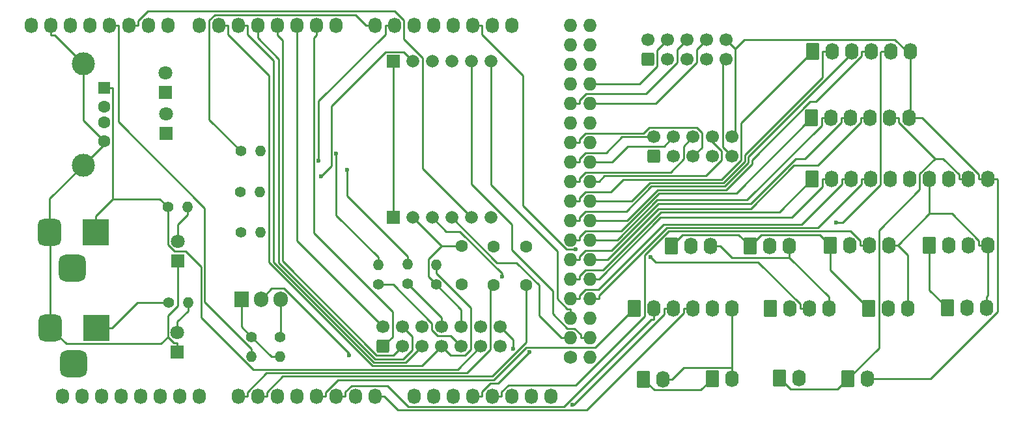
<source format=gbr>
G04 #@! TF.GenerationSoftware,KiCad,Pcbnew,7.0.9*
G04 #@! TF.CreationDate,2024-01-20T08:56:29+10:00*
G04 #@! TF.ProjectId,INSTRUMENTS_CONTROLLER,494e5354-5255-44d4-954e-54535f434f4e,rev?*
G04 #@! TF.SameCoordinates,Original*
G04 #@! TF.FileFunction,Copper,L2,Bot*
G04 #@! TF.FilePolarity,Positive*
%FSLAX46Y46*%
G04 Gerber Fmt 4.6, Leading zero omitted, Abs format (unit mm)*
G04 Created by KiCad (PCBNEW 7.0.9) date 2024-01-20 08:56:29*
%MOMM*%
%LPD*%
G01*
G04 APERTURE LIST*
G04 Aperture macros list*
%AMRoundRect*
0 Rectangle with rounded corners*
0 $1 Rounding radius*
0 $2 $3 $4 $5 $6 $7 $8 $9 X,Y pos of 4 corners*
0 Add a 4 corners polygon primitive as box body*
4,1,4,$2,$3,$4,$5,$6,$7,$8,$9,$2,$3,0*
0 Add four circle primitives for the rounded corners*
1,1,$1+$1,$2,$3*
1,1,$1+$1,$4,$5*
1,1,$1+$1,$6,$7*
1,1,$1+$1,$8,$9*
0 Add four rect primitives between the rounded corners*
20,1,$1+$1,$2,$3,$4,$5,0*
20,1,$1+$1,$4,$5,$6,$7,0*
20,1,$1+$1,$6,$7,$8,$9,0*
20,1,$1+$1,$8,$9,$2,$3,0*%
G04 Aperture macros list end*
G04 #@! TA.AperFunction,ComponentPad*
%ADD10C,1.727200*%
G04 #@! TD*
G04 #@! TA.AperFunction,ComponentPad*
%ADD11O,1.727200X1.727200*%
G04 #@! TD*
G04 #@! TA.AperFunction,ComponentPad*
%ADD12O,1.727200X2.032000*%
G04 #@! TD*
G04 #@! TA.AperFunction,ComponentPad*
%ADD13R,1.800000X1.800000*%
G04 #@! TD*
G04 #@! TA.AperFunction,ComponentPad*
%ADD14C,1.800000*%
G04 #@! TD*
G04 #@! TA.AperFunction,ComponentPad*
%ADD15C,1.400000*%
G04 #@! TD*
G04 #@! TA.AperFunction,ComponentPad*
%ADD16O,1.400000X1.400000*%
G04 #@! TD*
G04 #@! TA.AperFunction,ComponentPad*
%ADD17R,1.905000X2.000000*%
G04 #@! TD*
G04 #@! TA.AperFunction,ComponentPad*
%ADD18O,1.905000X2.000000*%
G04 #@! TD*
G04 #@! TA.AperFunction,ComponentPad*
%ADD19RoundRect,0.250000X0.600000X-0.600000X0.600000X0.600000X-0.600000X0.600000X-0.600000X-0.600000X0*%
G04 #@! TD*
G04 #@! TA.AperFunction,ComponentPad*
%ADD20C,1.700000*%
G04 #@! TD*
G04 #@! TA.AperFunction,ComponentPad*
%ADD21RoundRect,0.250000X-0.620000X-0.845000X0.620000X-0.845000X0.620000X0.845000X-0.620000X0.845000X0*%
G04 #@! TD*
G04 #@! TA.AperFunction,ComponentPad*
%ADD22O,1.740000X2.190000*%
G04 #@! TD*
G04 #@! TA.AperFunction,ComponentPad*
%ADD23C,1.600000*%
G04 #@! TD*
G04 #@! TA.AperFunction,ComponentPad*
%ADD24R,3.500000X3.500000*%
G04 #@! TD*
G04 #@! TA.AperFunction,ComponentPad*
%ADD25RoundRect,0.750000X-0.750000X-1.000000X0.750000X-1.000000X0.750000X1.000000X-0.750000X1.000000X0*%
G04 #@! TD*
G04 #@! TA.AperFunction,ComponentPad*
%ADD26RoundRect,0.875000X-0.875000X-0.875000X0.875000X-0.875000X0.875000X0.875000X-0.875000X0.875000X0*%
G04 #@! TD*
G04 #@! TA.AperFunction,ComponentPad*
%ADD27R,1.500000X1.600000*%
G04 #@! TD*
G04 #@! TA.AperFunction,ComponentPad*
%ADD28C,3.000000*%
G04 #@! TD*
G04 #@! TA.AperFunction,ComponentPad*
%ADD29R,1.665000X1.665000*%
G04 #@! TD*
G04 #@! TA.AperFunction,ComponentPad*
%ADD30C,1.665000*%
G04 #@! TD*
G04 #@! TA.AperFunction,ViaPad*
%ADD31C,0.600000*%
G04 #@! TD*
G04 #@! TA.AperFunction,Conductor*
%ADD32C,0.250000*%
G04 #@! TD*
G04 APERTURE END LIST*
D10*
X197358000Y-114046000D03*
D11*
X199898000Y-114046000D03*
X197358000Y-111506000D03*
X199898000Y-111506000D03*
X197358000Y-108966000D03*
X199898000Y-108966000D03*
X197358000Y-106426000D03*
X199898000Y-106426000D03*
X197358000Y-103886000D03*
X199898000Y-103886000D03*
X197358000Y-101346000D03*
X199898000Y-101346000D03*
X197358000Y-98806000D03*
X199898000Y-98806000D03*
X197358000Y-96266000D03*
X199898000Y-96266000D03*
X197358000Y-93726000D03*
X199898000Y-93726000D03*
X197358000Y-91186000D03*
X199898000Y-91186000D03*
X197358000Y-88646000D03*
X199898000Y-88646000D03*
X197358000Y-86106000D03*
X199898000Y-86106000D03*
X197358000Y-83566000D03*
X199898000Y-83566000D03*
X197358000Y-81026000D03*
X199898000Y-81026000D03*
X197358000Y-78486000D03*
X199898000Y-78486000D03*
X197358000Y-75946000D03*
X199898000Y-75946000D03*
X197358000Y-73406000D03*
X199898000Y-73406000D03*
X197358000Y-70866000D03*
X199898000Y-70866000D03*
D12*
X131318000Y-119126000D03*
X133858000Y-119126000D03*
X136398000Y-119126000D03*
X138938000Y-119126000D03*
X141478000Y-119126000D03*
X144018000Y-119126000D03*
X146558000Y-119126000D03*
X149098000Y-119126000D03*
X177038000Y-119126000D03*
X179578000Y-119126000D03*
X182118000Y-119126000D03*
X184658000Y-119126000D03*
X187198000Y-119126000D03*
X189738000Y-119126000D03*
X192278000Y-119126000D03*
X194818000Y-119126000D03*
X127254000Y-70866000D03*
X129794000Y-70866000D03*
X132334000Y-70866000D03*
X134874000Y-70866000D03*
X137414000Y-70866000D03*
X139954000Y-70866000D03*
X142494000Y-70866000D03*
X145034000Y-70866000D03*
X149098000Y-70866000D03*
X151638000Y-70866000D03*
X154178000Y-70866000D03*
X156718000Y-70866000D03*
X159258000Y-70866000D03*
X161798000Y-70866000D03*
X164338000Y-70866000D03*
X166878000Y-70866000D03*
X171958000Y-70866000D03*
X174498000Y-70866000D03*
X177038000Y-70866000D03*
X179578000Y-70866000D03*
X182118000Y-70866000D03*
X184658000Y-70866000D03*
X187198000Y-70866000D03*
X189738000Y-70866000D03*
D13*
X146330000Y-101525000D03*
D14*
X146330000Y-98985000D03*
D13*
X146280000Y-113425000D03*
D14*
X146280000Y-110885000D03*
D15*
X145060000Y-94550000D03*
D16*
X147600000Y-94550000D03*
D13*
X144850000Y-84975000D03*
D14*
X144850000Y-82435000D03*
D17*
X154600000Y-106500000D03*
D18*
X157140000Y-106500000D03*
X159680000Y-106500000D03*
D19*
X208230000Y-87950000D03*
D20*
X208230000Y-85410000D03*
X210770000Y-87950000D03*
X210770000Y-85410000D03*
X213310000Y-87950000D03*
X213310000Y-85410000D03*
X215850000Y-87950000D03*
X215850000Y-85410000D03*
X218390000Y-87950000D03*
X218390000Y-85410000D03*
D15*
X179950000Y-104620000D03*
D16*
X179950000Y-102080000D03*
D15*
X154530000Y-97850000D03*
D16*
X157070000Y-97850000D03*
D21*
X223360000Y-107750000D03*
D22*
X225900000Y-107750000D03*
X228440000Y-107750000D03*
X230980000Y-107750000D03*
D23*
X187400000Y-104700000D03*
X187400000Y-99700000D03*
D15*
X145160000Y-107000000D03*
D16*
X147700000Y-107000000D03*
D15*
X159590000Y-111485000D03*
D16*
X159590000Y-114025000D03*
D21*
X228850000Y-74270000D03*
D22*
X231390000Y-74270000D03*
X233930000Y-74270000D03*
X236470000Y-74270000D03*
X239010000Y-74270000D03*
X241550000Y-74270000D03*
D24*
X135650000Y-97800000D03*
D25*
X129650000Y-97800000D03*
D26*
X132650000Y-102500000D03*
D27*
X136750000Y-79000000D03*
D23*
X136750000Y-81500000D03*
X136750000Y-83500000D03*
X136750000Y-86000000D03*
D28*
X134040000Y-75930000D03*
X134040000Y-89070000D03*
D23*
X191650000Y-104700000D03*
X191650000Y-99700000D03*
D21*
X224530000Y-116820000D03*
D22*
X227070000Y-116820000D03*
D12*
X154178000Y-119126000D03*
X156718000Y-119126000D03*
X159258000Y-119126000D03*
X161798000Y-119126000D03*
X164338000Y-119126000D03*
X166878000Y-119126000D03*
X169418000Y-119126000D03*
X171958000Y-119126000D03*
D15*
X154530000Y-87250000D03*
D16*
X157070000Y-87250000D03*
D21*
X244080000Y-99520000D03*
D22*
X246620000Y-99520000D03*
X249160000Y-99520000D03*
X251700000Y-99520000D03*
D21*
X246410000Y-107650000D03*
D22*
X248950000Y-107650000D03*
X251490000Y-107650000D03*
D24*
X135750000Y-110242500D03*
D25*
X129750000Y-110242500D03*
D26*
X132750000Y-114942500D03*
D15*
X154480000Y-92550000D03*
D16*
X157020000Y-92550000D03*
D21*
X233480000Y-116870000D03*
D22*
X236020000Y-116870000D03*
D23*
X183250000Y-104600000D03*
X183250000Y-99600000D03*
D19*
X173030000Y-112652500D03*
D20*
X173030000Y-110112500D03*
X175570000Y-112652500D03*
X175570000Y-110112500D03*
X178110000Y-112652500D03*
X178110000Y-110112500D03*
X180650000Y-112652500D03*
X180650000Y-110112500D03*
X183190000Y-112652500D03*
X183190000Y-110112500D03*
X185730000Y-112652500D03*
X185730000Y-110112500D03*
X188270000Y-112652500D03*
X188270000Y-110112500D03*
D21*
X205680000Y-107750000D03*
D22*
X208220000Y-107750000D03*
X210760000Y-107750000D03*
X213300000Y-107750000D03*
X215840000Y-107750000D03*
X218380000Y-107750000D03*
D21*
X236160000Y-107700000D03*
D22*
X238700000Y-107700000D03*
X241240000Y-107700000D03*
D13*
X144750000Y-79575000D03*
D14*
X144750000Y-77035000D03*
D21*
X220750000Y-99620000D03*
D22*
X223290000Y-99620000D03*
X225830000Y-99620000D03*
D29*
X174340000Y-95885000D03*
D30*
X176880000Y-95885000D03*
X179420000Y-95885000D03*
X181960000Y-95885000D03*
X184500000Y-95885000D03*
X187040000Y-95885000D03*
D29*
X174340000Y-75565000D03*
D30*
X176880000Y-75565000D03*
X179420000Y-75565000D03*
X181960000Y-75565000D03*
X184500000Y-75565000D03*
X187040000Y-75565000D03*
D21*
X231150000Y-99500000D03*
D22*
X233690000Y-99500000D03*
X236230000Y-99500000D03*
X238770000Y-99500000D03*
D15*
X155940000Y-111435000D03*
D16*
X155940000Y-113975000D03*
D21*
X228730000Y-82950000D03*
D22*
X231270000Y-82950000D03*
X233810000Y-82950000D03*
X236350000Y-82950000D03*
X238890000Y-82950000D03*
X241430000Y-82950000D03*
D21*
X210550000Y-99570000D03*
D22*
X213090000Y-99570000D03*
X215630000Y-99570000D03*
D21*
X228820000Y-90920000D03*
D22*
X231360000Y-90920000D03*
X233900000Y-90920000D03*
X236440000Y-90920000D03*
X238980000Y-90920000D03*
X241520000Y-90920000D03*
X244060000Y-90920000D03*
X246600000Y-90920000D03*
X249140000Y-90920000D03*
X251680000Y-90920000D03*
D15*
X172400000Y-104620000D03*
D16*
X172400000Y-102080000D03*
D21*
X206880000Y-116920000D03*
D22*
X209420000Y-116920000D03*
D19*
X207470000Y-75302500D03*
D20*
X207470000Y-72762500D03*
X210010000Y-75302500D03*
X210010000Y-72762500D03*
X212550000Y-75302500D03*
X212550000Y-72762500D03*
X215090000Y-75302500D03*
X215090000Y-72762500D03*
X217630000Y-75302500D03*
X217630000Y-72762500D03*
D21*
X215860000Y-116850000D03*
D22*
X218400000Y-116850000D03*
D15*
X176250000Y-104520000D03*
D16*
X176250000Y-101980000D03*
D31*
X197679100Y-120252300D03*
X207771800Y-101006000D03*
X198086300Y-100007200D03*
X192041300Y-113413900D03*
X166938400Y-87595600D03*
X168337600Y-89650300D03*
X164640800Y-88525200D03*
X188459100Y-103551000D03*
X231952900Y-96528700D03*
X168636300Y-113828800D03*
X189917300Y-112977200D03*
X164965500Y-90527200D03*
D32*
X155940000Y-113975000D02*
X155940000Y-112949700D01*
X137414000Y-70866000D02*
X138602900Y-70866000D01*
X138602900Y-83465800D02*
X138602900Y-70866000D01*
X149830900Y-94693800D02*
X138602900Y-83465800D01*
X149830900Y-106840600D02*
X149830900Y-94693800D01*
X155940000Y-112949700D02*
X149830900Y-106840600D01*
X164338000Y-119126000D02*
X165526900Y-119126000D01*
X165526900Y-118628800D02*
X165526900Y-119126000D01*
X167148600Y-117007100D02*
X165526900Y-118628800D01*
X187408900Y-117007100D02*
X167148600Y-117007100D01*
X191627500Y-112788500D02*
X187408900Y-117007100D01*
X200641500Y-112788500D02*
X191627500Y-112788500D01*
X205680000Y-107750000D02*
X200641500Y-112788500D01*
X166878000Y-119126000D02*
X168066900Y-119126000D01*
X208220000Y-107750000D02*
X208220000Y-109170300D01*
X208220000Y-109170400D02*
X208220000Y-109170300D01*
X207876700Y-109170400D02*
X208220000Y-109170400D01*
X196555400Y-120491700D02*
X207876700Y-109170400D01*
X176301700Y-120491700D02*
X196555400Y-120491700D01*
X173577000Y-117767000D02*
X176301700Y-120491700D01*
X168905800Y-117767000D02*
X173577000Y-117767000D01*
X168066900Y-118605900D02*
X168905800Y-117767000D01*
X168066900Y-119126000D02*
X168066900Y-118605900D01*
X210760000Y-107750000D02*
X209564700Y-107750000D01*
X209564700Y-108464100D02*
X209564700Y-107750000D01*
X197776500Y-120252300D02*
X209564700Y-108464100D01*
X197679100Y-120252300D02*
X197776500Y-120252300D01*
X174964800Y-120943900D02*
X173146900Y-119126000D01*
X199508400Y-120943900D02*
X174964800Y-120943900D01*
X212104700Y-108347600D02*
X199508400Y-120943900D01*
X212104700Y-107750000D02*
X212104700Y-108347600D01*
X213300000Y-107750000D02*
X212104700Y-107750000D01*
X171958000Y-119126000D02*
X173146900Y-119126000D01*
X184658000Y-70866000D02*
X185846900Y-70866000D01*
X228440000Y-107750000D02*
X227244700Y-107750000D01*
X208452600Y-101686800D02*
X207771800Y-101006000D01*
X221779100Y-101686800D02*
X208452600Y-101686800D01*
X227244700Y-107152400D02*
X221779100Y-101686800D01*
X227244700Y-107750000D02*
X227244700Y-107152400D01*
X185846900Y-72054900D02*
X185846900Y-70866000D01*
X191195200Y-77403200D02*
X185846900Y-72054900D01*
X191195200Y-94330700D02*
X191195200Y-77403200D01*
X196871700Y-100007200D02*
X191195200Y-94330700D01*
X198086300Y-100007200D02*
X196871700Y-100007200D01*
X156718000Y-119126000D02*
X157906900Y-119126000D01*
X157906900Y-118620900D02*
X157906900Y-119126000D01*
X159971000Y-116556800D02*
X157906900Y-118620900D01*
X187222200Y-116556800D02*
X159971000Y-116556800D01*
X191650000Y-112129000D02*
X187222200Y-116556800D01*
X191650000Y-104700000D02*
X191650000Y-112129000D01*
X154178000Y-119126000D02*
X155366900Y-119126000D01*
X187000000Y-105100000D02*
X187400000Y-104700000D01*
X187000000Y-113071800D02*
X187000000Y-105100000D01*
X183965300Y-116106500D02*
X187000000Y-113071800D01*
X157881300Y-116106500D02*
X183965300Y-116106500D01*
X155366900Y-118620900D02*
X157881300Y-116106500D01*
X155366900Y-119126000D02*
X155366900Y-118620900D01*
X236230000Y-99500000D02*
X235034700Y-99500000D01*
X187198000Y-119126000D02*
X188386900Y-119126000D01*
X235034700Y-98902400D02*
X235034700Y-99500000D01*
X233813400Y-97681100D02*
X235034700Y-98902400D01*
X210150100Y-97681100D02*
X233813400Y-97681100D01*
X207008200Y-100823000D02*
X210150100Y-97681100D01*
X207008200Y-108761300D02*
X207008200Y-100823000D01*
X198082700Y-117686800D02*
X207008200Y-108761300D01*
X189306000Y-117686800D02*
X198082700Y-117686800D01*
X188386900Y-118605900D02*
X189306000Y-117686800D01*
X188386900Y-119126000D02*
X188386900Y-118605900D01*
X184658000Y-119126000D02*
X185846900Y-119126000D01*
X185846900Y-118605900D02*
X185846900Y-119126000D01*
X186991100Y-117461700D02*
X185846900Y-118605900D01*
X187993500Y-117461700D02*
X186991100Y-117461700D01*
X192041300Y-113413900D02*
X187993500Y-117461700D01*
X236440000Y-90920000D02*
X235244700Y-90920000D01*
X199898000Y-106426000D02*
X201086900Y-106426000D01*
X235244700Y-91517700D02*
X235244700Y-90920000D01*
X229531600Y-97230800D02*
X235244700Y-91517700D01*
X209884000Y-97230800D02*
X229531600Y-97230800D01*
X201086900Y-106027900D02*
X209884000Y-97230800D01*
X201086900Y-106426000D02*
X201086900Y-106027900D01*
X233900000Y-90920000D02*
X232704700Y-90920000D01*
X197358000Y-106426000D02*
X198546900Y-106426000D01*
X232704700Y-91517600D02*
X232704700Y-90920000D01*
X227441800Y-96780500D02*
X232704700Y-91517600D01*
X209458700Y-96780500D02*
X227441800Y-96780500D01*
X201002100Y-105237100D02*
X209458700Y-96780500D01*
X199364200Y-105237100D02*
X201002100Y-105237100D01*
X198546900Y-106054400D02*
X199364200Y-105237100D01*
X198546900Y-106426000D02*
X198546900Y-106054400D01*
X231360000Y-90920000D02*
X230164700Y-90920000D01*
X199898000Y-103886000D02*
X201086900Y-103886000D01*
X230164700Y-91860800D02*
X230164700Y-90920000D01*
X226145600Y-95879900D02*
X230164700Y-91860800D01*
X209093000Y-95879900D02*
X226145600Y-95879900D01*
X201086900Y-103886000D02*
X209093000Y-95879900D01*
X198546900Y-103514400D02*
X198546900Y-103886000D01*
X199364200Y-102697100D02*
X198546900Y-103514400D01*
X201638900Y-102697100D02*
X199364200Y-102697100D01*
X209131600Y-95204400D02*
X201638900Y-102697100D01*
X224535600Y-95204400D02*
X209131600Y-95204400D01*
X228820000Y-90920000D02*
X224535600Y-95204400D01*
X197358000Y-103886000D02*
X198546900Y-103886000D01*
X172400000Y-102080000D02*
X172400000Y-101054700D01*
X166938400Y-95593100D02*
X166938400Y-87595600D01*
X172400000Y-101054700D02*
X166938400Y-95593100D01*
X176250000Y-101980000D02*
X176250000Y-100954700D01*
X168337600Y-93042300D02*
X168337600Y-89650300D01*
X176250000Y-100954700D02*
X168337600Y-93042300D01*
X154600000Y-110095000D02*
X155940000Y-111435000D01*
X154600000Y-106500000D02*
X154600000Y-110095000D01*
X158530000Y-114025000D02*
X159590000Y-114025000D01*
X155940000Y-111435000D02*
X158530000Y-114025000D01*
X139954000Y-70866000D02*
X141142900Y-70866000D01*
X141142900Y-70345900D02*
X141142900Y-70866000D01*
X142469000Y-69019800D02*
X141142900Y-70345900D01*
X174531600Y-69019800D02*
X142469000Y-69019800D01*
X175710400Y-70198600D02*
X174531600Y-69019800D01*
X175710400Y-72693600D02*
X175710400Y-70198600D01*
X178150000Y-75133200D02*
X175710400Y-72693600D01*
X178150000Y-89535000D02*
X178150000Y-75133200D01*
X184500000Y-95885000D02*
X178150000Y-89535000D01*
X174498000Y-70866000D02*
X173309100Y-70866000D01*
X164640800Y-80723200D02*
X164640800Y-88525200D01*
X173309100Y-72054900D02*
X164640800Y-80723200D01*
X173309100Y-70866000D02*
X173309100Y-72054900D01*
X169424900Y-69521800D02*
X170769100Y-70866000D01*
X151147400Y-69521800D02*
X169424900Y-69521800D01*
X150435200Y-70234000D02*
X151147400Y-69521800D01*
X150435200Y-83155200D02*
X150435200Y-70234000D01*
X154530000Y-87250000D02*
X150435200Y-83155200D01*
X171958000Y-70866000D02*
X170769100Y-70866000D01*
X188459100Y-103157100D02*
X188459100Y-103551000D01*
X183015000Y-97713000D02*
X188459100Y-103157100D01*
X181248000Y-97713000D02*
X183015000Y-97713000D01*
X179420000Y-95885000D02*
X181248000Y-97713000D01*
X174358600Y-104620000D02*
X172400000Y-104620000D01*
X179380000Y-109641400D02*
X174358600Y-104620000D01*
X179380000Y-110543500D02*
X179380000Y-109641400D01*
X180124400Y-111287900D02*
X179380000Y-110543500D01*
X181825400Y-111287900D02*
X180124400Y-111287900D01*
X183190000Y-112652500D02*
X181825400Y-111287900D01*
X180650000Y-108920000D02*
X176250000Y-104520000D01*
X180650000Y-110112500D02*
X180650000Y-108920000D01*
X181834000Y-113836500D02*
X180650000Y-112652500D01*
X183672400Y-113836500D02*
X181834000Y-113836500D01*
X184426100Y-113082800D02*
X183672400Y-113836500D01*
X184426100Y-107645900D02*
X184426100Y-113082800D01*
X179950000Y-103169800D02*
X184426100Y-107645900D01*
X179950000Y-102080000D02*
X179950000Y-103169800D01*
X151638000Y-70866000D02*
X152826900Y-70866000D01*
X178096600Y-115205900D02*
X180650000Y-112652500D01*
X171650100Y-115205900D02*
X178096600Y-115205900D01*
X158160500Y-101716300D02*
X171650100Y-115205900D01*
X158160500Y-77388500D02*
X158160500Y-101716300D01*
X152826900Y-72054900D02*
X158160500Y-77388500D01*
X152826900Y-70866000D02*
X152826900Y-72054900D01*
X155366900Y-72054900D02*
X155366900Y-70866000D01*
X158807600Y-75495600D02*
X155366900Y-72054900D01*
X158807600Y-101726500D02*
X158807600Y-75495600D01*
X171836700Y-114755600D02*
X158807600Y-101726500D01*
X176006900Y-114755600D02*
X171836700Y-114755600D01*
X178110000Y-112652500D02*
X176006900Y-114755600D01*
X154178000Y-70866000D02*
X155366900Y-70866000D01*
X156718000Y-72500600D02*
X156718000Y-70866000D01*
X159483200Y-75265800D02*
X156718000Y-72500600D01*
X159483200Y-101765200D02*
X159483200Y-75265800D01*
X172023200Y-114305200D02*
X159483200Y-101765200D01*
X175600800Y-114305200D02*
X172023200Y-114305200D01*
X176785300Y-113120700D02*
X175600800Y-114305200D01*
X176785300Y-111327800D02*
X176785300Y-113120700D01*
X175570000Y-110112500D02*
X176785300Y-111327800D01*
X159258000Y-70866000D02*
X159258000Y-72207300D01*
X159933500Y-72882800D02*
X159258000Y-72207300D01*
X159933500Y-101578600D02*
X159933500Y-72882800D01*
X172194500Y-113839600D02*
X159933500Y-101578600D01*
X174382900Y-113839600D02*
X172194500Y-113839600D01*
X175570000Y-112652500D02*
X174382900Y-113839600D01*
X197358000Y-108966000D02*
X197358000Y-107777100D01*
X187040000Y-91645300D02*
X187040000Y-75565000D01*
X195657200Y-100262500D02*
X187040000Y-91645300D01*
X195657200Y-106447900D02*
X195657200Y-100262500D01*
X196986400Y-107777100D02*
X195657200Y-106447900D01*
X197358000Y-107777100D02*
X196986400Y-107777100D01*
X161798000Y-98880500D02*
X161798000Y-72207300D01*
X173030000Y-110112500D02*
X161798000Y-98880500D01*
X161798000Y-70866000D02*
X161798000Y-72207300D01*
X164338000Y-70866000D02*
X164338000Y-72207300D01*
X174245300Y-111437200D02*
X173030000Y-112652500D01*
X174245300Y-108150900D02*
X174245300Y-111437200D01*
X164015500Y-97921100D02*
X174245300Y-108150900D01*
X164015500Y-72529800D02*
X164015500Y-97921100D01*
X164338000Y-72207300D02*
X164015500Y-72529800D01*
X236350000Y-82950000D02*
X235154700Y-82950000D01*
X199898000Y-101346000D02*
X201086900Y-101346000D01*
X202205100Y-101346000D02*
X201086900Y-101346000D01*
X208797000Y-94754100D02*
X202205100Y-101346000D01*
X220820400Y-94754100D02*
X208797000Y-94754100D01*
X226449100Y-89125400D02*
X220820400Y-94754100D01*
X229576900Y-89125400D02*
X226449100Y-89125400D01*
X235154700Y-83547600D02*
X229576900Y-89125400D01*
X235154700Y-82950000D02*
X235154700Y-83547600D01*
X233810000Y-82950000D02*
X232614700Y-82950000D01*
X197358000Y-101346000D02*
X198546900Y-101346000D01*
X198546900Y-100974400D02*
X198546900Y-101346000D01*
X199364200Y-100157100D02*
X198546900Y-100974400D01*
X202757100Y-100157100D02*
X199364200Y-100157100D01*
X208835500Y-94078700D02*
X202757100Y-100157100D01*
X220858900Y-94078700D02*
X208835500Y-94078700D01*
X226664100Y-88273500D02*
X220858900Y-94078700D01*
X227888800Y-88273500D02*
X226664100Y-88273500D01*
X232614700Y-83547600D02*
X227888800Y-88273500D01*
X232614700Y-82950000D02*
X232614700Y-83547600D01*
X198709100Y-111134400D02*
X198709100Y-111506000D01*
X197891800Y-110317100D02*
X198709100Y-111134400D01*
X197008200Y-110317100D02*
X197891800Y-110317100D01*
X195075000Y-108383900D02*
X197008200Y-110317100D01*
X195075000Y-105465100D02*
X195075000Y-108383900D01*
X189748600Y-100138700D02*
X195075000Y-105465100D01*
X189748600Y-96844200D02*
X189748600Y-100138700D01*
X184500000Y-91595600D02*
X189748600Y-96844200D01*
X184500000Y-75565000D02*
X184500000Y-91595600D01*
X199898000Y-111506000D02*
X198709100Y-111506000D01*
X231270000Y-82950000D02*
X230074700Y-82950000D01*
X199898000Y-98806000D02*
X201086900Y-98806000D01*
X201086900Y-98805900D02*
X201086900Y-98806000D01*
X203471400Y-98805900D02*
X201086900Y-98805900D01*
X208648900Y-93628400D02*
X203471400Y-98805900D01*
X220353300Y-93628400D02*
X208648900Y-93628400D01*
X230074700Y-83907000D02*
X220353300Y-93628400D01*
X230074700Y-82950000D02*
X230074700Y-83907000D01*
X198546900Y-98434400D02*
X198546900Y-98806000D01*
X199364200Y-97617100D02*
X198546900Y-98434400D01*
X204023300Y-97617100D02*
X199364200Y-97617100D01*
X208912500Y-92727900D02*
X204023300Y-97617100D01*
X218952100Y-92727900D02*
X208912500Y-92727900D01*
X228730000Y-82950000D02*
X218952100Y-92727900D01*
X197358000Y-98806000D02*
X198546900Y-98806000D01*
X237665400Y-74419300D02*
X237814700Y-74270000D01*
X237665400Y-91659200D02*
X237665400Y-74419300D01*
X232795900Y-96528700D02*
X237665400Y-91659200D01*
X231952900Y-96528700D02*
X232795900Y-96528700D01*
X239010000Y-74270000D02*
X237814700Y-74270000D01*
X236470000Y-74270000D02*
X235274700Y-74270000D01*
X204737500Y-96266000D02*
X199898000Y-96266000D01*
X208726000Y-92277500D02*
X204737500Y-96266000D01*
X217635400Y-92277500D02*
X208726000Y-92277500D01*
X220979800Y-88933100D02*
X217635400Y-92277500D01*
X220979800Y-88384600D02*
X220979800Y-88933100D01*
X228525000Y-80839400D02*
X220979800Y-88384600D01*
X229302900Y-80839400D02*
X228525000Y-80839400D01*
X235274700Y-74867600D02*
X229302900Y-80839400D01*
X235274700Y-74270000D02*
X235274700Y-74867600D01*
X197358000Y-96266000D02*
X198546900Y-96266000D01*
X198546900Y-95894400D02*
X198546900Y-96266000D01*
X199364200Y-95077100D02*
X198546900Y-95894400D01*
X204652600Y-95077100D02*
X199364200Y-95077100D01*
X207902500Y-91827200D02*
X204652600Y-95077100D01*
X217448800Y-91827200D02*
X207902500Y-91827200D01*
X220529500Y-88746500D02*
X217448800Y-91827200D01*
X220529500Y-87957200D02*
X220529500Y-88746500D01*
X233930000Y-74556700D02*
X220529500Y-87957200D01*
X233930000Y-74270000D02*
X233930000Y-74556700D01*
X231390000Y-74270000D02*
X230194700Y-74270000D01*
X205366800Y-93726000D02*
X199898000Y-93726000D01*
X207715900Y-91376900D02*
X205366800Y-93726000D01*
X217262200Y-91376900D02*
X207715900Y-91376900D01*
X220079200Y-88559900D02*
X217262200Y-91376900D01*
X220079200Y-87770600D02*
X220079200Y-88559900D01*
X230194700Y-77655100D02*
X220079200Y-87770600D01*
X230194700Y-74270000D02*
X230194700Y-77655100D01*
X197358000Y-93726000D02*
X198546900Y-93726000D01*
X198546900Y-93354400D02*
X198546900Y-93726000D01*
X199364200Y-92537100D02*
X198546900Y-93354400D01*
X202625800Y-92537100D02*
X199364200Y-92537100D01*
X204236300Y-90926600D02*
X202625800Y-92537100D01*
X217075600Y-90926600D02*
X204236300Y-90926600D01*
X219565300Y-88436900D02*
X217075600Y-90926600D01*
X219565300Y-83554700D02*
X219565300Y-88436900D01*
X228850000Y-74270000D02*
X219565300Y-83554700D01*
X199898000Y-91186000D02*
X201086900Y-91186000D01*
X201796600Y-90476300D02*
X201086900Y-91186000D01*
X215009700Y-90476300D02*
X201796600Y-90476300D01*
X217035200Y-88450800D02*
X215009700Y-90476300D01*
X217035200Y-87232100D02*
X217035200Y-88450800D01*
X215850000Y-86046900D02*
X217035200Y-87232100D01*
X215850000Y-85410000D02*
X215850000Y-86046900D01*
X198546900Y-90814400D02*
X198546900Y-91186000D01*
X199364200Y-89997100D02*
X198546900Y-90814400D01*
X210390000Y-89997100D02*
X199364200Y-89997100D01*
X212105500Y-88281600D02*
X210390000Y-89997100D01*
X212105500Y-86614500D02*
X212105500Y-88281600D01*
X213310000Y-85410000D02*
X212105500Y-86614500D01*
X197358000Y-91186000D02*
X198546900Y-91186000D01*
X198546900Y-85734400D02*
X198546900Y-86106000D01*
X199364200Y-84917100D02*
X198546900Y-85734400D01*
X206892500Y-84917100D02*
X199364200Y-84917100D01*
X207618100Y-84191500D02*
X206892500Y-84917100D01*
X213794300Y-84191500D02*
X207618100Y-84191500D01*
X214487200Y-84884400D02*
X213794300Y-84191500D01*
X214487200Y-86772800D02*
X214487200Y-84884400D01*
X213310000Y-87950000D02*
X214487200Y-86772800D01*
X197358000Y-86106000D02*
X198546900Y-86106000D01*
X202838800Y-88646000D02*
X199898000Y-88646000D01*
X204858200Y-86626600D02*
X202838800Y-88646000D01*
X209553400Y-86626600D02*
X204858200Y-86626600D01*
X210770000Y-85410000D02*
X209553400Y-86626600D01*
X193288500Y-108625400D02*
X196169100Y-111506000D01*
X193288500Y-104705000D02*
X193288500Y-108625400D01*
X190361600Y-101778100D02*
X193288500Y-104705000D01*
X187853100Y-101778100D02*
X190361600Y-101778100D01*
X181960000Y-95885000D02*
X187853100Y-101778100D01*
X197358000Y-111506000D02*
X196169100Y-111506000D01*
X198546900Y-88274400D02*
X198546900Y-88646000D01*
X199364200Y-87457100D02*
X198546900Y-88274400D01*
X202034900Y-87457100D02*
X199364200Y-87457100D01*
X204082000Y-85410000D02*
X202034900Y-87457100D01*
X208230000Y-85410000D02*
X204082000Y-85410000D01*
X197358000Y-88646000D02*
X198546900Y-88646000D01*
X218400000Y-116850000D02*
X218400000Y-115429700D01*
X209420000Y-116920000D02*
X210615300Y-116920000D01*
X212125600Y-115409700D02*
X218380000Y-115409700D01*
X210615300Y-116920000D02*
X212125600Y-115409700D01*
X218380000Y-107750000D02*
X218380000Y-115409700D01*
X218380000Y-115409700D02*
X218400000Y-115429700D01*
X241550000Y-82950000D02*
X241550000Y-75690300D01*
X243112300Y-82950000D02*
X241550000Y-82950000D01*
X250484700Y-90322400D02*
X243112300Y-82950000D01*
X250484700Y-90920000D02*
X250484700Y-90322400D01*
X241550000Y-82950000D02*
X241430000Y-82950000D01*
X251590100Y-90920000D02*
X250484700Y-90920000D01*
X241550000Y-74270000D02*
X241550000Y-74741500D01*
X241550000Y-74741500D02*
X241550000Y-75690300D01*
X220020500Y-72779400D02*
X218833700Y-73966200D01*
X239587900Y-72779400D02*
X220020500Y-72779400D01*
X241550000Y-74741500D02*
X239587900Y-72779400D01*
X217630000Y-72762500D02*
X218833700Y-73966200D01*
X218833700Y-84966300D02*
X218390000Y-85410000D01*
X218833700Y-73966200D02*
X218833700Y-84966300D01*
X168636300Y-113600500D02*
X168636300Y-113828800D01*
X160172600Y-105136800D02*
X168636300Y-113600500D01*
X158503200Y-105136800D02*
X160172600Y-105136800D01*
X157140000Y-106500000D02*
X158503200Y-105136800D01*
X251590100Y-90920000D02*
X251680000Y-90920000D01*
X244189500Y-116870000D02*
X236020000Y-116870000D01*
X252937600Y-108121900D02*
X244189500Y-116870000D01*
X252937600Y-90982300D02*
X252937600Y-108121900D01*
X252875300Y-90920000D02*
X252937600Y-90982300D01*
X251680000Y-90920000D02*
X252875300Y-90920000D01*
X208502600Y-81026000D02*
X199898000Y-81026000D01*
X213820000Y-75708600D02*
X208502600Y-81026000D01*
X213820000Y-74032500D02*
X213820000Y-75708600D01*
X215090000Y-72762500D02*
X213820000Y-74032500D01*
X197358000Y-81026000D02*
X198546900Y-81026000D01*
X198546900Y-80654300D02*
X198546900Y-81026000D01*
X199418600Y-79782600D02*
X198546900Y-80654300D01*
X207211900Y-79782600D02*
X199418600Y-79782600D01*
X211280100Y-75714400D02*
X207211900Y-79782600D01*
X211280100Y-74032400D02*
X211280100Y-75714400D01*
X212550000Y-72762500D02*
X211280100Y-74032400D01*
X206386500Y-78486000D02*
X199898000Y-78486000D01*
X208670300Y-76202200D02*
X206386500Y-78486000D01*
X208670300Y-74102200D02*
X208670300Y-76202200D01*
X210010000Y-72762500D02*
X208670300Y-74102200D01*
X141067800Y-107000000D02*
X145160000Y-107000000D01*
X137825300Y-110242500D02*
X141067800Y-107000000D01*
X135750000Y-110242500D02*
X137825300Y-110242500D01*
X249140000Y-90920000D02*
X247944700Y-90920000D01*
X238890000Y-82950000D02*
X240085300Y-82950000D01*
X240085300Y-83547700D02*
X240085300Y-82950000D01*
X244775400Y-88237800D02*
X240085300Y-83547700D01*
X247944700Y-90322400D02*
X247944700Y-90920000D01*
X245860100Y-88237800D02*
X247944700Y-90322400D01*
X244775400Y-88237800D02*
X245860100Y-88237800D01*
X208307400Y-118347400D02*
X206880000Y-116920000D01*
X214362600Y-118347400D02*
X208307400Y-118347400D01*
X215860000Y-116850000D02*
X214362600Y-118347400D01*
X225975300Y-118265300D02*
X224530000Y-116820000D01*
X232084700Y-118265300D02*
X225975300Y-118265300D01*
X233480000Y-116870000D02*
X232084700Y-118265300D01*
X242790000Y-90223200D02*
X244775400Y-88237800D01*
X242790000Y-92250200D02*
X242790000Y-90223200D01*
X237500000Y-97540200D02*
X242790000Y-92250200D01*
X237500000Y-112850000D02*
X237500000Y-97540200D01*
X233480000Y-116870000D02*
X237500000Y-112850000D01*
X217211400Y-86771400D02*
X218390000Y-87950000D01*
X217211400Y-75721100D02*
X217211400Y-86771400D01*
X217630000Y-75302500D02*
X217211400Y-75721100D01*
X189917300Y-111759800D02*
X189917300Y-112977200D01*
X188270000Y-110112500D02*
X189917300Y-111759800D01*
X136750000Y-79000000D02*
X137825300Y-79000000D01*
X135650000Y-97800000D02*
X135650000Y-95724700D01*
X137884500Y-79059200D02*
X137884500Y-93490200D01*
X137825300Y-79000000D02*
X137884500Y-79059200D01*
X137884500Y-93490200D02*
X135650000Y-95724700D01*
X144000200Y-93490200D02*
X145060000Y-94550000D01*
X137884500Y-93490200D02*
X144000200Y-93490200D01*
X219273000Y-98143000D02*
X220750000Y-99620000D01*
X211977000Y-98143000D02*
X219273000Y-98143000D01*
X210550000Y-99570000D02*
X211977000Y-98143000D01*
X229846700Y-98196700D02*
X231150000Y-99500000D01*
X222173300Y-98196700D02*
X229846700Y-98196700D01*
X220750000Y-99620000D02*
X222173300Y-98196700D01*
X182726300Y-115656200D02*
X185730000Y-112652500D01*
X156124500Y-115656200D02*
X182726300Y-115656200D01*
X149380500Y-108912200D02*
X156124500Y-115656200D01*
X149380500Y-102315400D02*
X149380500Y-108912200D01*
X147364700Y-100299600D02*
X149380500Y-102315400D01*
X145908100Y-100299600D02*
X147364700Y-100299600D01*
X145060000Y-99451500D02*
X145908100Y-100299600D01*
X145060000Y-94550000D02*
X145060000Y-99451500D01*
X231150000Y-102690000D02*
X231150000Y-99500000D01*
X236160000Y-107700000D02*
X231150000Y-102690000D01*
X244080000Y-105320000D02*
X246410000Y-107650000D01*
X244080000Y-99520000D02*
X244080000Y-105320000D01*
X146280000Y-109445300D02*
X146280000Y-110885000D01*
X147700000Y-108025300D02*
X146280000Y-109445300D01*
X147700000Y-107000000D02*
X147700000Y-108025300D01*
X166313000Y-89179700D02*
X164965500Y-90527200D01*
X166313000Y-81406800D02*
X166313000Y-89179700D01*
X173312700Y-74407100D02*
X166313000Y-81406800D01*
X175722100Y-74407100D02*
X173312700Y-74407100D01*
X176880000Y-75565000D02*
X175722100Y-74407100D01*
X146330000Y-96845300D02*
X146330000Y-98985000D01*
X147600000Y-95575300D02*
X146330000Y-96845300D01*
X147600000Y-94550000D02*
X147600000Y-95575300D01*
X238770000Y-99500000D02*
X239965300Y-99500000D01*
X183190000Y-107860000D02*
X179950000Y-104620000D01*
X183190000Y-110112500D02*
X183190000Y-107860000D01*
X241240000Y-100774700D02*
X239965300Y-99500000D01*
X241240000Y-107700000D02*
X241240000Y-100774700D01*
X251700000Y-106019700D02*
X251700000Y-99520000D01*
X251490000Y-106229700D02*
X251700000Y-106019700D01*
X251490000Y-107650000D02*
X251490000Y-106229700D01*
X251700000Y-99520000D02*
X250504700Y-99520000D01*
X250504700Y-98922400D02*
X250504700Y-99520000D01*
X246987600Y-95405300D02*
X250504700Y-98922400D01*
X244060000Y-95405300D02*
X246987600Y-95405300D01*
X244060000Y-90920000D02*
X244060000Y-95405300D01*
X244060000Y-95405300D02*
X239965300Y-99500000D01*
X136750000Y-86360000D02*
X134040000Y-89070000D01*
X136750000Y-86000000D02*
X136750000Y-86360000D01*
X129650000Y-93460000D02*
X129650000Y-97800000D01*
X134040000Y-89070000D02*
X129650000Y-93460000D01*
X215630000Y-99570000D02*
X216825300Y-99570000D01*
X225830000Y-99620000D02*
X225830000Y-101040300D01*
X225830000Y-101040300D02*
X225830000Y-101094600D01*
X230980000Y-106244600D02*
X225830000Y-101094600D01*
X230980000Y-107750000D02*
X230980000Y-106244600D01*
X218349900Y-101094600D02*
X216825300Y-99570000D01*
X225830000Y-101094600D02*
X218349900Y-101094600D01*
X159680000Y-111395000D02*
X159590000Y-111485000D01*
X159680000Y-106500000D02*
X159680000Y-111395000D01*
X129750000Y-97900000D02*
X129650000Y-97800000D01*
X129750000Y-110242500D02*
X129750000Y-97900000D01*
X134040000Y-83290000D02*
X134040000Y-75930000D01*
X136750000Y-86000000D02*
X134040000Y-83290000D01*
X130317300Y-72207300D02*
X129794000Y-72207300D01*
X134040000Y-75930000D02*
X130317300Y-72207300D01*
X129794000Y-70866000D02*
X129794000Y-72207300D01*
X146280000Y-113425000D02*
X146280000Y-112199700D01*
X131840800Y-112333300D02*
X129750000Y-110242500D01*
X144155400Y-112333300D02*
X131840800Y-112333300D01*
X145054700Y-111434000D02*
X144155400Y-112333300D01*
X145054700Y-108656600D02*
X145054700Y-111434000D01*
X146330000Y-107381300D02*
X145054700Y-108656600D01*
X146330000Y-101525000D02*
X146330000Y-107381300D01*
X145820400Y-112199700D02*
X146280000Y-112199700D01*
X145054700Y-111434000D02*
X145820400Y-112199700D01*
X174340000Y-75565000D02*
X174340000Y-95885000D01*
X178902500Y-103572500D02*
X179950000Y-104620000D01*
X178902500Y-101292500D02*
X178902500Y-103572500D01*
X180595000Y-99600000D02*
X178902500Y-101292500D01*
X183250000Y-99600000D02*
X180595000Y-99600000D01*
X180595000Y-99600000D02*
X176880000Y-95885000D01*
M02*

</source>
